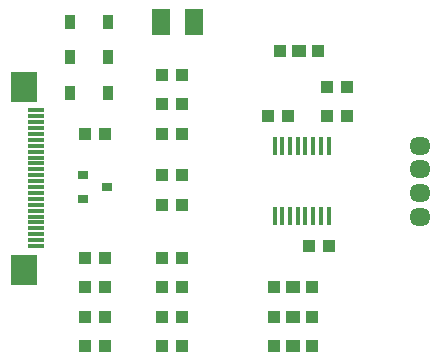
<source format=gbp>
G04 #@! TF.FileFunction,Paste,Bot*
%FSLAX46Y46*%
G04 Gerber Fmt 4.6, Leading zero omitted, Abs format (unit mm)*
G04 Created by KiCad (PCBNEW 4.0.1-stable) date 2018/04/18 7:14:41*
%MOMM*%
G01*
G04 APERTURE LIST*
%ADD10C,0.050000*%
%ADD11R,1.100000X1.000000*%
%ADD12O,1.800000X1.524000*%
%ADD13R,1.597660X2.199640*%
%ADD14R,0.900000X0.800000*%
%ADD15R,0.450000X1.500000*%
%ADD16R,2.300000X2.650000*%
%ADD17R,1.400000X0.300000*%
%ADD18R,0.900000X1.200000*%
G04 APERTURE END LIST*
D10*
D11*
X180650000Y-132500000D03*
X182350000Y-132500000D03*
X169850000Y-120500000D03*
X168150000Y-120500000D03*
X168150000Y-118000000D03*
X169850000Y-118000000D03*
X168150000Y-133500000D03*
X169850000Y-133500000D03*
X168150000Y-136000000D03*
X169850000Y-136000000D03*
X168150000Y-138500000D03*
X169850000Y-138500000D03*
X168150000Y-141000000D03*
X169850000Y-141000000D03*
X161650000Y-133500000D03*
X163350000Y-133500000D03*
X161650000Y-136000000D03*
X163350000Y-136000000D03*
X161650000Y-123000000D03*
X163350000Y-123000000D03*
X161650000Y-138500000D03*
X163350000Y-138500000D03*
X168150000Y-123000000D03*
X169850000Y-123000000D03*
X161650000Y-141000000D03*
X163350000Y-141000000D03*
D12*
X190000000Y-130000000D03*
X190000000Y-128000000D03*
X190000000Y-126000000D03*
X190000000Y-124000000D03*
D13*
X168100460Y-113500000D03*
X170899540Y-113500000D03*
D14*
X161500000Y-128500000D03*
X161500000Y-126500000D03*
X163500000Y-127500000D03*
D11*
X177150000Y-121500000D03*
X178850000Y-121500000D03*
X179650000Y-116000000D03*
X181350000Y-116000000D03*
X168150000Y-129000000D03*
X169850000Y-129000000D03*
X168150000Y-126500000D03*
X169850000Y-126500000D03*
X177650000Y-136000000D03*
X179350000Y-136000000D03*
X179150000Y-136000000D03*
X180850000Y-136000000D03*
X177650000Y-138500000D03*
X179350000Y-138500000D03*
X179150000Y-138500000D03*
X180850000Y-138500000D03*
X177650000Y-141000000D03*
X179350000Y-141000000D03*
X179150000Y-141000000D03*
X180850000Y-141000000D03*
X178150000Y-116000000D03*
X179850000Y-116000000D03*
D15*
X177725000Y-124050000D03*
X178375000Y-124050000D03*
X179025000Y-124050000D03*
X179675000Y-124050000D03*
X180325000Y-124050000D03*
X180975000Y-124050000D03*
X181625000Y-124050000D03*
X182275000Y-124050000D03*
X182275000Y-129950000D03*
X181625000Y-129950000D03*
X180975000Y-129950000D03*
X180325000Y-129950000D03*
X179675000Y-129950000D03*
X179025000Y-129950000D03*
X178375000Y-129950000D03*
X177725000Y-129950000D03*
D16*
X156500000Y-119000000D03*
D17*
X157500000Y-132500000D03*
X157500000Y-132000000D03*
X157500000Y-131500000D03*
X157500000Y-131000000D03*
X157500000Y-130500000D03*
X157500000Y-130000000D03*
X157500000Y-129500000D03*
X157500000Y-129000000D03*
X157500000Y-128500000D03*
X157500000Y-128000000D03*
X157500000Y-127500000D03*
X157500000Y-127000000D03*
X157500000Y-126500000D03*
X157500000Y-126000000D03*
X157500000Y-125500000D03*
X157500000Y-125000000D03*
X157500000Y-124500000D03*
X157500000Y-124000000D03*
X157500000Y-123500000D03*
X157500000Y-123000000D03*
X157500000Y-122500000D03*
X157500000Y-122000000D03*
X157500000Y-121500000D03*
X157500000Y-121000000D03*
D16*
X156500000Y-134500000D03*
D18*
X160400000Y-113500000D03*
X163600000Y-113500000D03*
X163600000Y-116500000D03*
X160400000Y-116500000D03*
X160400000Y-119500000D03*
X163600000Y-119500000D03*
D11*
X182150000Y-121500000D03*
X183850000Y-121500000D03*
X182150000Y-119000000D03*
X183850000Y-119000000D03*
M02*

</source>
